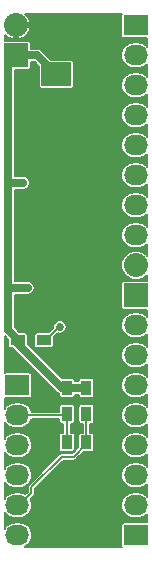
<source format=gbl>
G04 #@! TF.FileFunction,Copper,L2,Bot,Signal*
%FSLAX46Y46*%
G04 Gerber Fmt 4.6, Leading zero omitted, Abs format (unit mm)*
G04 Created by KiCad (PCBNEW 4.0.1-stable) date Thursday, March 10, 2016 'AMt' 12:00:46 AM*
%MOMM*%
G01*
G04 APERTURE LIST*
%ADD10C,0.100000*%
%ADD11R,2.500000X2.000000*%
%ADD12R,2.032000X2.032000*%
%ADD13O,2.032000X2.032000*%
%ADD14R,2.032000X1.727200*%
%ADD15O,2.032000X1.727200*%
%ADD16R,1.200000X0.900000*%
%ADD17R,0.900000X1.200000*%
%ADD18C,0.685800*%
%ADD19C,0.685800*%
%ADD20C,0.152400*%
G04 APERTURE END LIST*
D10*
D11*
X150749000Y-108299000D03*
X150749000Y-104299000D03*
D12*
X147320000Y-106680000D03*
D13*
X147320000Y-104140000D03*
D14*
X147447000Y-134620000D03*
D15*
X147447000Y-137160000D03*
X147447000Y-139700000D03*
X147447000Y-142240000D03*
X147447000Y-144780000D03*
X147447000Y-147320000D03*
D12*
X157480000Y-127000000D03*
D13*
X157480000Y-124460000D03*
D16*
X147490000Y-130810000D03*
X149690000Y-130810000D03*
D17*
X151638000Y-134833000D03*
X151638000Y-137033000D03*
X153289000Y-134833000D03*
X153289000Y-137033000D03*
X151638000Y-139446000D03*
X151638000Y-141646000D03*
X153289000Y-139446000D03*
X153289000Y-141646000D03*
D14*
X157480000Y-147320000D03*
D15*
X157480000Y-144780000D03*
X157480000Y-142240000D03*
X157480000Y-139700000D03*
X157480000Y-137160000D03*
X157480000Y-134620000D03*
X157480000Y-132080000D03*
X157480000Y-129540000D03*
D14*
X157480000Y-104140000D03*
D15*
X157480000Y-106680000D03*
X157480000Y-109220000D03*
X157480000Y-111760000D03*
X157480000Y-114300000D03*
X157480000Y-116840000D03*
X157480000Y-119380000D03*
X157480000Y-121920000D03*
D18*
X147955000Y-117475000D03*
X148338470Y-126365000D03*
X150593076Y-140408168D03*
X151257000Y-130556000D03*
X151638000Y-143002000D03*
X150198736Y-129540000D03*
X148338480Y-125476018D03*
X155321000Y-128651000D03*
X155321000Y-122809000D03*
X155321000Y-125558490D03*
X151032345Y-129678400D03*
D19*
X147320000Y-106680000D02*
X149130000Y-106680000D01*
X149130000Y-106680000D02*
X150749000Y-108299000D01*
X147490000Y-130810000D02*
X147490000Y-131111040D01*
X147490000Y-131111040D02*
X151211960Y-134833000D01*
X151211960Y-134833000D02*
X151638000Y-134833000D01*
X151638000Y-134833000D02*
X153289000Y-134833000D01*
X146630979Y-126365000D02*
X146630979Y-117475000D01*
X146630979Y-117475000D02*
X146630979Y-107369021D01*
X147955000Y-117475000D02*
X146630979Y-117475000D01*
X146630979Y-129950979D02*
X146630979Y-126365000D01*
X148338470Y-126365000D02*
X146630979Y-126365000D01*
X147490000Y-130810000D02*
X146630979Y-129950979D01*
X146630979Y-107369021D02*
X147320000Y-106680000D01*
D20*
X146545754Y-107454246D02*
X147320000Y-106680000D01*
X150221803Y-129032000D02*
X151231767Y-129032000D01*
X151231767Y-129032000D02*
X151603846Y-129404079D01*
X151603846Y-129404079D02*
X151603846Y-130209154D01*
X151603846Y-130209154D02*
X151257000Y-130556000D01*
X150198736Y-129540000D02*
X150198736Y-129055067D01*
X150198736Y-129055067D02*
X150221803Y-129032000D01*
X151638000Y-141646000D02*
X151638000Y-143002000D01*
X151638000Y-141646000D02*
X152240400Y-141646000D01*
X152240400Y-141646000D02*
X153289000Y-141646000D01*
X155321000Y-125558490D02*
X155321000Y-128651000D01*
X155321000Y-125558490D02*
X155321000Y-122809000D01*
X149690000Y-130810000D02*
X149840000Y-130810000D01*
X149840000Y-130810000D02*
X150971600Y-129678400D01*
X150971600Y-129678400D02*
X151032345Y-129678400D01*
X147447000Y-137160000D02*
X151511000Y-137160000D01*
X151511000Y-137160000D02*
X151638000Y-137033000D01*
X151638000Y-139446000D02*
X151638000Y-137033000D01*
X153289000Y-139596000D02*
X152202513Y-140682487D01*
X153289000Y-139446000D02*
X153289000Y-139596000D01*
X152202513Y-140682487D02*
X151183728Y-140682487D01*
X151183728Y-140682487D02*
X148615400Y-143250815D01*
X148615400Y-143250815D02*
X148615400Y-143764000D01*
X148615400Y-143764000D02*
X147599400Y-144780000D01*
X147599400Y-144780000D02*
X147447000Y-144780000D01*
X153289000Y-139581648D02*
X153289000Y-139446000D01*
X153289000Y-137033000D02*
X153289000Y-139446000D01*
G36*
X156243388Y-103212405D02*
X156234294Y-103276400D01*
X156234294Y-105003600D01*
X156237197Y-105040004D01*
X156256318Y-105101748D01*
X156291884Y-105155721D01*
X156341078Y-105197649D01*
X156400005Y-105224212D01*
X156464000Y-105233306D01*
X158446400Y-105233306D01*
X158446400Y-105950194D01*
X158418769Y-105915828D01*
X158255479Y-105778811D01*
X158068685Y-105676120D01*
X157865503Y-105611667D01*
X157653671Y-105587906D01*
X157638422Y-105587800D01*
X157321578Y-105587800D01*
X157109435Y-105608601D01*
X156905373Y-105670211D01*
X156717164Y-105770283D01*
X156551977Y-105905007D01*
X156416103Y-106069250D01*
X156314719Y-106256755D01*
X156251686Y-106460383D01*
X156229405Y-106672375D01*
X156248724Y-106884658D01*
X156308908Y-107089145D01*
X156407664Y-107278049D01*
X156541231Y-107444172D01*
X156704521Y-107581189D01*
X156891315Y-107683880D01*
X157094497Y-107748333D01*
X157306329Y-107772094D01*
X157321578Y-107772200D01*
X157638422Y-107772200D01*
X157850565Y-107751399D01*
X158054627Y-107689789D01*
X158242836Y-107589717D01*
X158408023Y-107454993D01*
X158446400Y-107408603D01*
X158446400Y-108490194D01*
X158418769Y-108455828D01*
X158255479Y-108318811D01*
X158068685Y-108216120D01*
X157865503Y-108151667D01*
X157653671Y-108127906D01*
X157638422Y-108127800D01*
X157321578Y-108127800D01*
X157109435Y-108148601D01*
X156905373Y-108210211D01*
X156717164Y-108310283D01*
X156551977Y-108445007D01*
X156416103Y-108609250D01*
X156314719Y-108796755D01*
X156251686Y-109000383D01*
X156229405Y-109212375D01*
X156248724Y-109424658D01*
X156308908Y-109629145D01*
X156407664Y-109818049D01*
X156541231Y-109984172D01*
X156704521Y-110121189D01*
X156891315Y-110223880D01*
X157094497Y-110288333D01*
X157306329Y-110312094D01*
X157321578Y-110312200D01*
X157638422Y-110312200D01*
X157850565Y-110291399D01*
X158054627Y-110229789D01*
X158242836Y-110129717D01*
X158408023Y-109994993D01*
X158446400Y-109948603D01*
X158446400Y-111030194D01*
X158418769Y-110995828D01*
X158255479Y-110858811D01*
X158068685Y-110756120D01*
X157865503Y-110691667D01*
X157653671Y-110667906D01*
X157638422Y-110667800D01*
X157321578Y-110667800D01*
X157109435Y-110688601D01*
X156905373Y-110750211D01*
X156717164Y-110850283D01*
X156551977Y-110985007D01*
X156416103Y-111149250D01*
X156314719Y-111336755D01*
X156251686Y-111540383D01*
X156229405Y-111752375D01*
X156248724Y-111964658D01*
X156308908Y-112169145D01*
X156407664Y-112358049D01*
X156541231Y-112524172D01*
X156704521Y-112661189D01*
X156891315Y-112763880D01*
X157094497Y-112828333D01*
X157306329Y-112852094D01*
X157321578Y-112852200D01*
X157638422Y-112852200D01*
X157850565Y-112831399D01*
X158054627Y-112769789D01*
X158242836Y-112669717D01*
X158408023Y-112534993D01*
X158446400Y-112488603D01*
X158446400Y-113570194D01*
X158418769Y-113535828D01*
X158255479Y-113398811D01*
X158068685Y-113296120D01*
X157865503Y-113231667D01*
X157653671Y-113207906D01*
X157638422Y-113207800D01*
X157321578Y-113207800D01*
X157109435Y-113228601D01*
X156905373Y-113290211D01*
X156717164Y-113390283D01*
X156551977Y-113525007D01*
X156416103Y-113689250D01*
X156314719Y-113876755D01*
X156251686Y-114080383D01*
X156229405Y-114292375D01*
X156248724Y-114504658D01*
X156308908Y-114709145D01*
X156407664Y-114898049D01*
X156541231Y-115064172D01*
X156704521Y-115201189D01*
X156891315Y-115303880D01*
X157094497Y-115368333D01*
X157306329Y-115392094D01*
X157321578Y-115392200D01*
X157638422Y-115392200D01*
X157850565Y-115371399D01*
X158054627Y-115309789D01*
X158242836Y-115209717D01*
X158408023Y-115074993D01*
X158446400Y-115028603D01*
X158446400Y-116110194D01*
X158418769Y-116075828D01*
X158255479Y-115938811D01*
X158068685Y-115836120D01*
X157865503Y-115771667D01*
X157653671Y-115747906D01*
X157638422Y-115747800D01*
X157321578Y-115747800D01*
X157109435Y-115768601D01*
X156905373Y-115830211D01*
X156717164Y-115930283D01*
X156551977Y-116065007D01*
X156416103Y-116229250D01*
X156314719Y-116416755D01*
X156251686Y-116620383D01*
X156229405Y-116832375D01*
X156248724Y-117044658D01*
X156308908Y-117249145D01*
X156407664Y-117438049D01*
X156541231Y-117604172D01*
X156704521Y-117741189D01*
X156891315Y-117843880D01*
X157094497Y-117908333D01*
X157306329Y-117932094D01*
X157321578Y-117932200D01*
X157638422Y-117932200D01*
X157850565Y-117911399D01*
X158054627Y-117849789D01*
X158242836Y-117749717D01*
X158408023Y-117614993D01*
X158446400Y-117568603D01*
X158446400Y-118650194D01*
X158418769Y-118615828D01*
X158255479Y-118478811D01*
X158068685Y-118376120D01*
X157865503Y-118311667D01*
X157653671Y-118287906D01*
X157638422Y-118287800D01*
X157321578Y-118287800D01*
X157109435Y-118308601D01*
X156905373Y-118370211D01*
X156717164Y-118470283D01*
X156551977Y-118605007D01*
X156416103Y-118769250D01*
X156314719Y-118956755D01*
X156251686Y-119160383D01*
X156229405Y-119372375D01*
X156248724Y-119584658D01*
X156308908Y-119789145D01*
X156407664Y-119978049D01*
X156541231Y-120144172D01*
X156704521Y-120281189D01*
X156891315Y-120383880D01*
X157094497Y-120448333D01*
X157306329Y-120472094D01*
X157321578Y-120472200D01*
X157638422Y-120472200D01*
X157850565Y-120451399D01*
X158054627Y-120389789D01*
X158242836Y-120289717D01*
X158408023Y-120154993D01*
X158446400Y-120108603D01*
X158446400Y-121190194D01*
X158418769Y-121155828D01*
X158255479Y-121018811D01*
X158068685Y-120916120D01*
X157865503Y-120851667D01*
X157653671Y-120827906D01*
X157638422Y-120827800D01*
X157321578Y-120827800D01*
X157109435Y-120848601D01*
X156905373Y-120910211D01*
X156717164Y-121010283D01*
X156551977Y-121145007D01*
X156416103Y-121309250D01*
X156314719Y-121496755D01*
X156251686Y-121700383D01*
X156229405Y-121912375D01*
X156248724Y-122124658D01*
X156308908Y-122329145D01*
X156407664Y-122518049D01*
X156541231Y-122684172D01*
X156704521Y-122821189D01*
X156891315Y-122923880D01*
X157094497Y-122988333D01*
X157306329Y-123012094D01*
X157321578Y-123012200D01*
X157638422Y-123012200D01*
X157850565Y-122991399D01*
X158054627Y-122929789D01*
X158242836Y-122829717D01*
X158408023Y-122694993D01*
X158446400Y-122648603D01*
X158446400Y-123677686D01*
X158375255Y-123589199D01*
X158189180Y-123433064D01*
X157976322Y-123316044D01*
X157744789Y-123242597D01*
X157503399Y-123215521D01*
X157486022Y-123215400D01*
X157473978Y-123215400D01*
X157232234Y-123239103D01*
X156999698Y-123309310D01*
X156785227Y-123423346D01*
X156596990Y-123576868D01*
X156442158Y-123764029D01*
X156326627Y-123977698D01*
X156254799Y-124209738D01*
X156229408Y-124451311D01*
X156251423Y-124693215D01*
X156320005Y-124926235D01*
X156432541Y-125141497D01*
X156584745Y-125330801D01*
X156770820Y-125486936D01*
X156983678Y-125603956D01*
X157215211Y-125677403D01*
X157456601Y-125704479D01*
X157473978Y-125704600D01*
X157486022Y-125704600D01*
X157727766Y-125680897D01*
X157960302Y-125610690D01*
X158174773Y-125496654D01*
X158363010Y-125343132D01*
X158446400Y-125242330D01*
X158446400Y-125754294D01*
X156464000Y-125754294D01*
X156427596Y-125757197D01*
X156365852Y-125776318D01*
X156311879Y-125811884D01*
X156269951Y-125861078D01*
X156243388Y-125920005D01*
X156234294Y-125984000D01*
X156234294Y-128016000D01*
X156237197Y-128052404D01*
X156256318Y-128114148D01*
X156291884Y-128168121D01*
X156341078Y-128210049D01*
X156400005Y-128236612D01*
X156464000Y-128245706D01*
X158446400Y-128245706D01*
X158446400Y-128810194D01*
X158418769Y-128775828D01*
X158255479Y-128638811D01*
X158068685Y-128536120D01*
X157865503Y-128471667D01*
X157653671Y-128447906D01*
X157638422Y-128447800D01*
X157321578Y-128447800D01*
X157109435Y-128468601D01*
X156905373Y-128530211D01*
X156717164Y-128630283D01*
X156551977Y-128765007D01*
X156416103Y-128929250D01*
X156314719Y-129116755D01*
X156251686Y-129320383D01*
X156229405Y-129532375D01*
X156248724Y-129744658D01*
X156308908Y-129949145D01*
X156407664Y-130138049D01*
X156541231Y-130304172D01*
X156704521Y-130441189D01*
X156891315Y-130543880D01*
X157094497Y-130608333D01*
X157306329Y-130632094D01*
X157321578Y-130632200D01*
X157638422Y-130632200D01*
X157850565Y-130611399D01*
X158054627Y-130549789D01*
X158242836Y-130449717D01*
X158408023Y-130314993D01*
X158446400Y-130268603D01*
X158446400Y-131350194D01*
X158418769Y-131315828D01*
X158255479Y-131178811D01*
X158068685Y-131076120D01*
X157865503Y-131011667D01*
X157653671Y-130987906D01*
X157638422Y-130987800D01*
X157321578Y-130987800D01*
X157109435Y-131008601D01*
X156905373Y-131070211D01*
X156717164Y-131170283D01*
X156551977Y-131305007D01*
X156416103Y-131469250D01*
X156314719Y-131656755D01*
X156251686Y-131860383D01*
X156229405Y-132072375D01*
X156248724Y-132284658D01*
X156308908Y-132489145D01*
X156407664Y-132678049D01*
X156541231Y-132844172D01*
X156704521Y-132981189D01*
X156891315Y-133083880D01*
X157094497Y-133148333D01*
X157306329Y-133172094D01*
X157321578Y-133172200D01*
X157638422Y-133172200D01*
X157850565Y-133151399D01*
X158054627Y-133089789D01*
X158242836Y-132989717D01*
X158408023Y-132854993D01*
X158446400Y-132808603D01*
X158446400Y-133890194D01*
X158418769Y-133855828D01*
X158255479Y-133718811D01*
X158068685Y-133616120D01*
X157865503Y-133551667D01*
X157653671Y-133527906D01*
X157638422Y-133527800D01*
X157321578Y-133527800D01*
X157109435Y-133548601D01*
X156905373Y-133610211D01*
X156717164Y-133710283D01*
X156551977Y-133845007D01*
X156416103Y-134009250D01*
X156314719Y-134196755D01*
X156251686Y-134400383D01*
X156229405Y-134612375D01*
X156248724Y-134824658D01*
X156308908Y-135029145D01*
X156407664Y-135218049D01*
X156541231Y-135384172D01*
X156704521Y-135521189D01*
X156891315Y-135623880D01*
X157094497Y-135688333D01*
X157306329Y-135712094D01*
X157321578Y-135712200D01*
X157638422Y-135712200D01*
X157850565Y-135691399D01*
X158054627Y-135629789D01*
X158242836Y-135529717D01*
X158408023Y-135394993D01*
X158446400Y-135348603D01*
X158446400Y-136430194D01*
X158418769Y-136395828D01*
X158255479Y-136258811D01*
X158068685Y-136156120D01*
X157865503Y-136091667D01*
X157653671Y-136067906D01*
X157638422Y-136067800D01*
X157321578Y-136067800D01*
X157109435Y-136088601D01*
X156905373Y-136150211D01*
X156717164Y-136250283D01*
X156551977Y-136385007D01*
X156416103Y-136549250D01*
X156314719Y-136736755D01*
X156251686Y-136940383D01*
X156229405Y-137152375D01*
X156248724Y-137364658D01*
X156308908Y-137569145D01*
X156407664Y-137758049D01*
X156541231Y-137924172D01*
X156704521Y-138061189D01*
X156891315Y-138163880D01*
X157094497Y-138228333D01*
X157306329Y-138252094D01*
X157321578Y-138252200D01*
X157638422Y-138252200D01*
X157850565Y-138231399D01*
X158054627Y-138169789D01*
X158242836Y-138069717D01*
X158408023Y-137934993D01*
X158446400Y-137888603D01*
X158446400Y-138970194D01*
X158418769Y-138935828D01*
X158255479Y-138798811D01*
X158068685Y-138696120D01*
X157865503Y-138631667D01*
X157653671Y-138607906D01*
X157638422Y-138607800D01*
X157321578Y-138607800D01*
X157109435Y-138628601D01*
X156905373Y-138690211D01*
X156717164Y-138790283D01*
X156551977Y-138925007D01*
X156416103Y-139089250D01*
X156314719Y-139276755D01*
X156251686Y-139480383D01*
X156229405Y-139692375D01*
X156248724Y-139904658D01*
X156308908Y-140109145D01*
X156407664Y-140298049D01*
X156541231Y-140464172D01*
X156704521Y-140601189D01*
X156891315Y-140703880D01*
X157094497Y-140768333D01*
X157306329Y-140792094D01*
X157321578Y-140792200D01*
X157638422Y-140792200D01*
X157850565Y-140771399D01*
X158054627Y-140709789D01*
X158242836Y-140609717D01*
X158408023Y-140474993D01*
X158446400Y-140428603D01*
X158446400Y-141510194D01*
X158418769Y-141475828D01*
X158255479Y-141338811D01*
X158068685Y-141236120D01*
X157865503Y-141171667D01*
X157653671Y-141147906D01*
X157638422Y-141147800D01*
X157321578Y-141147800D01*
X157109435Y-141168601D01*
X156905373Y-141230211D01*
X156717164Y-141330283D01*
X156551977Y-141465007D01*
X156416103Y-141629250D01*
X156314719Y-141816755D01*
X156251686Y-142020383D01*
X156229405Y-142232375D01*
X156248724Y-142444658D01*
X156308908Y-142649145D01*
X156407664Y-142838049D01*
X156541231Y-143004172D01*
X156704521Y-143141189D01*
X156891315Y-143243880D01*
X157094497Y-143308333D01*
X157306329Y-143332094D01*
X157321578Y-143332200D01*
X157638422Y-143332200D01*
X157850565Y-143311399D01*
X158054627Y-143249789D01*
X158242836Y-143149717D01*
X158408023Y-143014993D01*
X158446400Y-142968603D01*
X158446400Y-144050194D01*
X158418769Y-144015828D01*
X158255479Y-143878811D01*
X158068685Y-143776120D01*
X157865503Y-143711667D01*
X157653671Y-143687906D01*
X157638422Y-143687800D01*
X157321578Y-143687800D01*
X157109435Y-143708601D01*
X156905373Y-143770211D01*
X156717164Y-143870283D01*
X156551977Y-144005007D01*
X156416103Y-144169250D01*
X156314719Y-144356755D01*
X156251686Y-144560383D01*
X156229405Y-144772375D01*
X156248724Y-144984658D01*
X156308908Y-145189145D01*
X156407664Y-145378049D01*
X156541231Y-145544172D01*
X156704521Y-145681189D01*
X156891315Y-145783880D01*
X157094497Y-145848333D01*
X157306329Y-145872094D01*
X157321578Y-145872200D01*
X157638422Y-145872200D01*
X157850565Y-145851399D01*
X158054627Y-145789789D01*
X158242836Y-145689717D01*
X158408023Y-145554993D01*
X158446400Y-145508603D01*
X158446400Y-146226694D01*
X156464000Y-146226694D01*
X156427596Y-146229597D01*
X156365852Y-146248718D01*
X156311879Y-146284284D01*
X156269951Y-146333478D01*
X156243388Y-146392405D01*
X156234294Y-146456400D01*
X156234294Y-148183600D01*
X156237197Y-148220004D01*
X156256318Y-148281748D01*
X156259383Y-148286400D01*
X148103230Y-148286400D01*
X148209836Y-148229717D01*
X148375023Y-148094993D01*
X148510897Y-147930750D01*
X148612281Y-147743245D01*
X148675314Y-147539617D01*
X148697595Y-147327625D01*
X148678276Y-147115342D01*
X148618092Y-146910855D01*
X148519336Y-146721951D01*
X148385769Y-146555828D01*
X148222479Y-146418811D01*
X148035685Y-146316120D01*
X147832503Y-146251667D01*
X147620671Y-146227906D01*
X147605422Y-146227800D01*
X147288578Y-146227800D01*
X147076435Y-146248601D01*
X146872373Y-146310211D01*
X146684164Y-146410283D01*
X146518977Y-146545007D01*
X146383103Y-146709250D01*
X146353600Y-146763814D01*
X146353600Y-145337757D01*
X146374664Y-145378049D01*
X146508231Y-145544172D01*
X146671521Y-145681189D01*
X146858315Y-145783880D01*
X147061497Y-145848333D01*
X147273329Y-145872094D01*
X147288578Y-145872200D01*
X147605422Y-145872200D01*
X147817565Y-145851399D01*
X148021627Y-145789789D01*
X148209836Y-145689717D01*
X148375023Y-145554993D01*
X148510897Y-145390750D01*
X148612281Y-145203245D01*
X148675314Y-144999617D01*
X148697595Y-144787625D01*
X148678276Y-144575342D01*
X148618092Y-144370855D01*
X148556813Y-144253639D01*
X148830926Y-143979526D01*
X148848793Y-143957775D01*
X148866895Y-143936202D01*
X148867668Y-143934796D01*
X148868684Y-143933559D01*
X148882014Y-143908700D01*
X148895552Y-143884073D01*
X148896034Y-143882553D01*
X148896795Y-143881134D01*
X148905053Y-143854121D01*
X148913539Y-143827371D01*
X148913717Y-143825781D01*
X148914187Y-143824245D01*
X148917035Y-143796201D01*
X148920170Y-143768256D01*
X148920192Y-143765121D01*
X148920198Y-143765063D01*
X148920193Y-143765009D01*
X148920200Y-143764000D01*
X148920200Y-143377067D01*
X151309980Y-140987287D01*
X152202513Y-140987287D01*
X152230525Y-140984540D01*
X152258582Y-140982086D01*
X152260123Y-140981638D01*
X152261716Y-140981482D01*
X152288681Y-140973341D01*
X152315706Y-140965489D01*
X152317126Y-140964753D01*
X152318663Y-140964289D01*
X152343569Y-140951046D01*
X152368519Y-140938113D01*
X152369770Y-140937115D01*
X152371187Y-140936361D01*
X152393061Y-140918522D01*
X152415008Y-140901001D01*
X152417235Y-140898806D01*
X152417286Y-140898764D01*
X152417325Y-140898717D01*
X152418039Y-140898013D01*
X153040346Y-140275706D01*
X153739000Y-140275706D01*
X153775404Y-140272803D01*
X153837148Y-140253682D01*
X153891121Y-140218116D01*
X153933049Y-140168922D01*
X153959612Y-140109995D01*
X153968706Y-140046000D01*
X153968706Y-138846000D01*
X153965803Y-138809596D01*
X153946682Y-138747852D01*
X153911116Y-138693879D01*
X153861922Y-138651951D01*
X153802995Y-138625388D01*
X153739000Y-138616294D01*
X153593800Y-138616294D01*
X153593800Y-137862706D01*
X153739000Y-137862706D01*
X153775404Y-137859803D01*
X153837148Y-137840682D01*
X153891121Y-137805116D01*
X153933049Y-137755922D01*
X153959612Y-137696995D01*
X153968706Y-137633000D01*
X153968706Y-136433000D01*
X153965803Y-136396596D01*
X153946682Y-136334852D01*
X153911116Y-136280879D01*
X153861922Y-136238951D01*
X153802995Y-136212388D01*
X153739000Y-136203294D01*
X152839000Y-136203294D01*
X152802596Y-136206197D01*
X152740852Y-136225318D01*
X152686879Y-136260884D01*
X152644951Y-136310078D01*
X152618388Y-136369005D01*
X152609294Y-136433000D01*
X152609294Y-137633000D01*
X152612197Y-137669404D01*
X152631318Y-137731148D01*
X152666884Y-137785121D01*
X152716078Y-137827049D01*
X152775005Y-137853612D01*
X152839000Y-137862706D01*
X152984200Y-137862706D01*
X152984200Y-138616294D01*
X152839000Y-138616294D01*
X152802596Y-138619197D01*
X152740852Y-138638318D01*
X152686879Y-138673884D01*
X152644951Y-138723078D01*
X152618388Y-138782005D01*
X152609294Y-138846000D01*
X152609294Y-139844654D01*
X152264870Y-140189078D01*
X152282049Y-140168922D01*
X152308612Y-140109995D01*
X152317706Y-140046000D01*
X152317706Y-138846000D01*
X152314803Y-138809596D01*
X152295682Y-138747852D01*
X152260116Y-138693879D01*
X152210922Y-138651951D01*
X152151995Y-138625388D01*
X152088000Y-138616294D01*
X151942800Y-138616294D01*
X151942800Y-137862706D01*
X152088000Y-137862706D01*
X152124404Y-137859803D01*
X152186148Y-137840682D01*
X152240121Y-137805116D01*
X152282049Y-137755922D01*
X152308612Y-137696995D01*
X152317706Y-137633000D01*
X152317706Y-136433000D01*
X152314803Y-136396596D01*
X152295682Y-136334852D01*
X152260116Y-136280879D01*
X152210922Y-136238951D01*
X152151995Y-136212388D01*
X152088000Y-136203294D01*
X151188000Y-136203294D01*
X151151596Y-136206197D01*
X151089852Y-136225318D01*
X151035879Y-136260884D01*
X150993951Y-136310078D01*
X150967388Y-136369005D01*
X150958294Y-136433000D01*
X150958294Y-136855200D01*
X148648803Y-136855200D01*
X148618092Y-136750855D01*
X148519336Y-136561951D01*
X148385769Y-136395828D01*
X148222479Y-136258811D01*
X148035685Y-136156120D01*
X147832503Y-136091667D01*
X147620671Y-136067906D01*
X147605422Y-136067800D01*
X147288578Y-136067800D01*
X147076435Y-136088601D01*
X146872373Y-136150211D01*
X146684164Y-136250283D01*
X146518977Y-136385007D01*
X146383103Y-136549250D01*
X146353600Y-136603814D01*
X146353600Y-135698169D01*
X146367005Y-135704212D01*
X146431000Y-135713306D01*
X148463000Y-135713306D01*
X148499404Y-135710403D01*
X148561148Y-135691282D01*
X148615121Y-135655716D01*
X148657049Y-135606522D01*
X148683612Y-135547595D01*
X148692706Y-135483600D01*
X148692706Y-133756400D01*
X148689803Y-133719996D01*
X148670682Y-133658252D01*
X148635116Y-133604279D01*
X148585922Y-133562351D01*
X148526995Y-133535788D01*
X148463000Y-133526694D01*
X146431000Y-133526694D01*
X146394596Y-133529597D01*
X146353600Y-133542293D01*
X146353600Y-130481824D01*
X146660294Y-130788517D01*
X146660294Y-131260000D01*
X146663197Y-131296404D01*
X146682318Y-131358148D01*
X146717884Y-131412121D01*
X146767078Y-131454049D01*
X146826005Y-131480612D01*
X146890000Y-131489706D01*
X147064509Y-131489706D01*
X147080286Y-131509470D01*
X147084413Y-131513656D01*
X147084480Y-131513738D01*
X147084555Y-131513800D01*
X147085888Y-131515152D01*
X150807848Y-135237111D01*
X150848643Y-135270621D01*
X150889081Y-135304552D01*
X150891713Y-135305999D01*
X150894037Y-135307908D01*
X150940590Y-135332869D01*
X150958294Y-135342602D01*
X150958294Y-135433000D01*
X150961197Y-135469404D01*
X150980318Y-135531148D01*
X151015884Y-135585121D01*
X151065078Y-135627049D01*
X151124005Y-135653612D01*
X151188000Y-135662706D01*
X152088000Y-135662706D01*
X152124404Y-135659803D01*
X152186148Y-135640682D01*
X152240121Y-135605116D01*
X152282049Y-135555922D01*
X152308612Y-135496995D01*
X152317706Y-135433000D01*
X152317706Y-135404500D01*
X152609294Y-135404500D01*
X152609294Y-135433000D01*
X152612197Y-135469404D01*
X152631318Y-135531148D01*
X152666884Y-135585121D01*
X152716078Y-135627049D01*
X152775005Y-135653612D01*
X152839000Y-135662706D01*
X153739000Y-135662706D01*
X153775404Y-135659803D01*
X153837148Y-135640682D01*
X153891121Y-135605116D01*
X153933049Y-135555922D01*
X153959612Y-135496995D01*
X153968706Y-135433000D01*
X153968706Y-134233000D01*
X153965803Y-134196596D01*
X153946682Y-134134852D01*
X153911116Y-134080879D01*
X153861922Y-134038951D01*
X153802995Y-134012388D01*
X153739000Y-134003294D01*
X152839000Y-134003294D01*
X152802596Y-134006197D01*
X152740852Y-134025318D01*
X152686879Y-134060884D01*
X152644951Y-134110078D01*
X152618388Y-134169005D01*
X152609294Y-134233000D01*
X152609294Y-134261500D01*
X152317706Y-134261500D01*
X152317706Y-134233000D01*
X152314803Y-134196596D01*
X152295682Y-134134852D01*
X152260116Y-134080879D01*
X152210922Y-134038951D01*
X152151995Y-134012388D01*
X152088000Y-134003294D01*
X151190477Y-134003294D01*
X148319706Y-131132522D01*
X148319706Y-130360000D01*
X148860294Y-130360000D01*
X148860294Y-131260000D01*
X148863197Y-131296404D01*
X148882318Y-131358148D01*
X148917884Y-131412121D01*
X148967078Y-131454049D01*
X149026005Y-131480612D01*
X149090000Y-131489706D01*
X150290000Y-131489706D01*
X150326404Y-131486803D01*
X150388148Y-131467682D01*
X150442121Y-131432116D01*
X150484049Y-131382922D01*
X150510612Y-131323995D01*
X150519706Y-131260000D01*
X150519706Y-130561346D01*
X150856204Y-130224848D01*
X150964350Y-130248625D01*
X151076402Y-130250972D01*
X151186776Y-130231511D01*
X151291268Y-130190981D01*
X151385898Y-130130927D01*
X151467061Y-130053637D01*
X151531666Y-129962054D01*
X151577251Y-129859666D01*
X151602082Y-129750374D01*
X151603869Y-129622362D01*
X151582100Y-129512419D01*
X151539391Y-129408799D01*
X151477368Y-129315448D01*
X151398395Y-129235921D01*
X151305479Y-129173249D01*
X151202160Y-129129817D01*
X151092372Y-129107281D01*
X150980298Y-129106498D01*
X150870206Y-129127500D01*
X150766290Y-129169484D01*
X150672508Y-129230853D01*
X150592432Y-129309270D01*
X150529113Y-129401746D01*
X150484961Y-129504760D01*
X150461659Y-129614387D01*
X150460094Y-129726453D01*
X150465119Y-129753829D01*
X150088654Y-130130294D01*
X149090000Y-130130294D01*
X149053596Y-130133197D01*
X148991852Y-130152318D01*
X148937879Y-130187884D01*
X148895951Y-130237078D01*
X148869388Y-130296005D01*
X148860294Y-130360000D01*
X148319706Y-130360000D01*
X148316803Y-130323596D01*
X148297682Y-130261852D01*
X148262116Y-130207879D01*
X148212922Y-130165951D01*
X148153995Y-130139388D01*
X148090000Y-130130294D01*
X147618517Y-130130294D01*
X147202479Y-129714255D01*
X147202479Y-126936500D01*
X148331347Y-126936500D01*
X148382527Y-126937572D01*
X148492901Y-126918111D01*
X148597393Y-126877581D01*
X148692023Y-126817527D01*
X148773186Y-126740237D01*
X148837791Y-126648654D01*
X148883376Y-126546266D01*
X148908207Y-126436974D01*
X148909034Y-126377767D01*
X148909956Y-126368990D01*
X148909262Y-126361369D01*
X148909994Y-126308962D01*
X148888225Y-126199019D01*
X148845516Y-126095399D01*
X148783493Y-126002048D01*
X148704520Y-125922521D01*
X148611604Y-125859849D01*
X148508285Y-125816417D01*
X148398497Y-125793881D01*
X148286423Y-125793098D01*
X148284316Y-125793500D01*
X147202479Y-125793500D01*
X147202479Y-118046500D01*
X147947877Y-118046500D01*
X147999057Y-118047572D01*
X148109431Y-118028111D01*
X148213923Y-117987581D01*
X148308553Y-117927527D01*
X148389716Y-117850237D01*
X148454321Y-117758654D01*
X148499906Y-117656266D01*
X148524737Y-117546974D01*
X148525564Y-117487767D01*
X148526486Y-117478990D01*
X148525792Y-117471369D01*
X148526524Y-117418962D01*
X148504755Y-117309019D01*
X148462046Y-117205399D01*
X148400023Y-117112048D01*
X148321050Y-117032521D01*
X148228134Y-116969849D01*
X148124815Y-116926417D01*
X148015027Y-116903881D01*
X147902953Y-116903098D01*
X147900846Y-116903500D01*
X147202479Y-116903500D01*
X147202479Y-107925706D01*
X148336000Y-107925706D01*
X148372404Y-107922803D01*
X148434148Y-107903682D01*
X148488121Y-107868116D01*
X148530049Y-107818922D01*
X148556612Y-107759995D01*
X148565706Y-107696000D01*
X148565706Y-107251500D01*
X148893276Y-107251500D01*
X149269294Y-107627518D01*
X149269294Y-109299000D01*
X149272197Y-109335404D01*
X149291318Y-109397148D01*
X149326884Y-109451121D01*
X149376078Y-109493049D01*
X149435005Y-109519612D01*
X149499000Y-109528706D01*
X151999000Y-109528706D01*
X152035404Y-109525803D01*
X152097148Y-109506682D01*
X152151121Y-109471116D01*
X152193049Y-109421922D01*
X152219612Y-109362995D01*
X152228706Y-109299000D01*
X152228706Y-107299000D01*
X152225803Y-107262596D01*
X152206682Y-107200852D01*
X152171116Y-107146879D01*
X152121922Y-107104951D01*
X152062995Y-107078388D01*
X151999000Y-107069294D01*
X150327518Y-107069294D01*
X149534112Y-106275888D01*
X149493287Y-106242354D01*
X149452879Y-106208448D01*
X149450247Y-106207001D01*
X149447923Y-106205092D01*
X149401370Y-106180131D01*
X149355138Y-106154714D01*
X149352275Y-106153806D01*
X149349625Y-106152385D01*
X149299163Y-106136958D01*
X149248822Y-106120989D01*
X149245832Y-106120654D01*
X149242961Y-106119776D01*
X149190483Y-106114445D01*
X149137979Y-106108556D01*
X149132101Y-106108515D01*
X149131995Y-106108504D01*
X149131897Y-106108513D01*
X149130000Y-106108500D01*
X148565706Y-106108500D01*
X148565706Y-105664000D01*
X148562803Y-105627596D01*
X148543682Y-105565852D01*
X148508116Y-105511879D01*
X148458922Y-105469951D01*
X148399995Y-105443388D01*
X148336000Y-105434294D01*
X146353600Y-105434294D01*
X146353600Y-104924223D01*
X146524764Y-105097419D01*
X146726827Y-105234165D01*
X146951686Y-105328863D01*
X147142200Y-105314693D01*
X147142200Y-104317800D01*
X147497800Y-104317800D01*
X147497800Y-105314693D01*
X147688314Y-105328863D01*
X147913173Y-105234165D01*
X148115236Y-105097419D01*
X148286739Y-104923880D01*
X148421091Y-104720217D01*
X148508855Y-104508312D01*
X148494063Y-104317800D01*
X147497800Y-104317800D01*
X147142200Y-104317800D01*
X147122200Y-104317800D01*
X147122200Y-103962200D01*
X147142200Y-103962200D01*
X147142200Y-103942200D01*
X147497800Y-103942200D01*
X147497800Y-103962200D01*
X148494063Y-103962200D01*
X148508855Y-103771688D01*
X148421091Y-103559783D01*
X148286739Y-103356120D01*
X148115236Y-103182581D01*
X148101965Y-103173600D01*
X156260880Y-103173600D01*
X156243388Y-103212405D01*
X156243388Y-103212405D01*
G37*
X156243388Y-103212405D02*
X156234294Y-103276400D01*
X156234294Y-105003600D01*
X156237197Y-105040004D01*
X156256318Y-105101748D01*
X156291884Y-105155721D01*
X156341078Y-105197649D01*
X156400005Y-105224212D01*
X156464000Y-105233306D01*
X158446400Y-105233306D01*
X158446400Y-105950194D01*
X158418769Y-105915828D01*
X158255479Y-105778811D01*
X158068685Y-105676120D01*
X157865503Y-105611667D01*
X157653671Y-105587906D01*
X157638422Y-105587800D01*
X157321578Y-105587800D01*
X157109435Y-105608601D01*
X156905373Y-105670211D01*
X156717164Y-105770283D01*
X156551977Y-105905007D01*
X156416103Y-106069250D01*
X156314719Y-106256755D01*
X156251686Y-106460383D01*
X156229405Y-106672375D01*
X156248724Y-106884658D01*
X156308908Y-107089145D01*
X156407664Y-107278049D01*
X156541231Y-107444172D01*
X156704521Y-107581189D01*
X156891315Y-107683880D01*
X157094497Y-107748333D01*
X157306329Y-107772094D01*
X157321578Y-107772200D01*
X157638422Y-107772200D01*
X157850565Y-107751399D01*
X158054627Y-107689789D01*
X158242836Y-107589717D01*
X158408023Y-107454993D01*
X158446400Y-107408603D01*
X158446400Y-108490194D01*
X158418769Y-108455828D01*
X158255479Y-108318811D01*
X158068685Y-108216120D01*
X157865503Y-108151667D01*
X157653671Y-108127906D01*
X157638422Y-108127800D01*
X157321578Y-108127800D01*
X157109435Y-108148601D01*
X156905373Y-108210211D01*
X156717164Y-108310283D01*
X156551977Y-108445007D01*
X156416103Y-108609250D01*
X156314719Y-108796755D01*
X156251686Y-109000383D01*
X156229405Y-109212375D01*
X156248724Y-109424658D01*
X156308908Y-109629145D01*
X156407664Y-109818049D01*
X156541231Y-109984172D01*
X156704521Y-110121189D01*
X156891315Y-110223880D01*
X157094497Y-110288333D01*
X157306329Y-110312094D01*
X157321578Y-110312200D01*
X157638422Y-110312200D01*
X157850565Y-110291399D01*
X158054627Y-110229789D01*
X158242836Y-110129717D01*
X158408023Y-109994993D01*
X158446400Y-109948603D01*
X158446400Y-111030194D01*
X158418769Y-110995828D01*
X158255479Y-110858811D01*
X158068685Y-110756120D01*
X157865503Y-110691667D01*
X157653671Y-110667906D01*
X157638422Y-110667800D01*
X157321578Y-110667800D01*
X157109435Y-110688601D01*
X156905373Y-110750211D01*
X156717164Y-110850283D01*
X156551977Y-110985007D01*
X156416103Y-111149250D01*
X156314719Y-111336755D01*
X156251686Y-111540383D01*
X156229405Y-111752375D01*
X156248724Y-111964658D01*
X156308908Y-112169145D01*
X156407664Y-112358049D01*
X156541231Y-112524172D01*
X156704521Y-112661189D01*
X156891315Y-112763880D01*
X157094497Y-112828333D01*
X157306329Y-112852094D01*
X157321578Y-112852200D01*
X157638422Y-112852200D01*
X157850565Y-112831399D01*
X158054627Y-112769789D01*
X158242836Y-112669717D01*
X158408023Y-112534993D01*
X158446400Y-112488603D01*
X158446400Y-113570194D01*
X158418769Y-113535828D01*
X158255479Y-113398811D01*
X158068685Y-113296120D01*
X157865503Y-113231667D01*
X157653671Y-113207906D01*
X157638422Y-113207800D01*
X157321578Y-113207800D01*
X157109435Y-113228601D01*
X156905373Y-113290211D01*
X156717164Y-113390283D01*
X156551977Y-113525007D01*
X156416103Y-113689250D01*
X156314719Y-113876755D01*
X156251686Y-114080383D01*
X156229405Y-114292375D01*
X156248724Y-114504658D01*
X156308908Y-114709145D01*
X156407664Y-114898049D01*
X156541231Y-115064172D01*
X156704521Y-115201189D01*
X156891315Y-115303880D01*
X157094497Y-115368333D01*
X157306329Y-115392094D01*
X157321578Y-115392200D01*
X157638422Y-115392200D01*
X157850565Y-115371399D01*
X158054627Y-115309789D01*
X158242836Y-115209717D01*
X158408023Y-115074993D01*
X158446400Y-115028603D01*
X158446400Y-116110194D01*
X158418769Y-116075828D01*
X158255479Y-115938811D01*
X158068685Y-115836120D01*
X157865503Y-115771667D01*
X157653671Y-115747906D01*
X157638422Y-115747800D01*
X157321578Y-115747800D01*
X157109435Y-115768601D01*
X156905373Y-115830211D01*
X156717164Y-115930283D01*
X156551977Y-116065007D01*
X156416103Y-116229250D01*
X156314719Y-116416755D01*
X156251686Y-116620383D01*
X156229405Y-116832375D01*
X156248724Y-117044658D01*
X156308908Y-117249145D01*
X156407664Y-117438049D01*
X156541231Y-117604172D01*
X156704521Y-117741189D01*
X156891315Y-117843880D01*
X157094497Y-117908333D01*
X157306329Y-117932094D01*
X157321578Y-117932200D01*
X157638422Y-117932200D01*
X157850565Y-117911399D01*
X158054627Y-117849789D01*
X158242836Y-117749717D01*
X158408023Y-117614993D01*
X158446400Y-117568603D01*
X158446400Y-118650194D01*
X158418769Y-118615828D01*
X158255479Y-118478811D01*
X158068685Y-118376120D01*
X157865503Y-118311667D01*
X157653671Y-118287906D01*
X157638422Y-118287800D01*
X157321578Y-118287800D01*
X157109435Y-118308601D01*
X156905373Y-118370211D01*
X156717164Y-118470283D01*
X156551977Y-118605007D01*
X156416103Y-118769250D01*
X156314719Y-118956755D01*
X156251686Y-119160383D01*
X156229405Y-119372375D01*
X156248724Y-119584658D01*
X156308908Y-119789145D01*
X156407664Y-119978049D01*
X156541231Y-120144172D01*
X156704521Y-120281189D01*
X156891315Y-120383880D01*
X157094497Y-120448333D01*
X157306329Y-120472094D01*
X157321578Y-120472200D01*
X157638422Y-120472200D01*
X157850565Y-120451399D01*
X158054627Y-120389789D01*
X158242836Y-120289717D01*
X158408023Y-120154993D01*
X158446400Y-120108603D01*
X158446400Y-121190194D01*
X158418769Y-121155828D01*
X158255479Y-121018811D01*
X158068685Y-120916120D01*
X157865503Y-120851667D01*
X157653671Y-120827906D01*
X157638422Y-120827800D01*
X157321578Y-120827800D01*
X157109435Y-120848601D01*
X156905373Y-120910211D01*
X156717164Y-121010283D01*
X156551977Y-121145007D01*
X156416103Y-121309250D01*
X156314719Y-121496755D01*
X156251686Y-121700383D01*
X156229405Y-121912375D01*
X156248724Y-122124658D01*
X156308908Y-122329145D01*
X156407664Y-122518049D01*
X156541231Y-122684172D01*
X156704521Y-122821189D01*
X156891315Y-122923880D01*
X157094497Y-122988333D01*
X157306329Y-123012094D01*
X157321578Y-123012200D01*
X157638422Y-123012200D01*
X157850565Y-122991399D01*
X158054627Y-122929789D01*
X158242836Y-122829717D01*
X158408023Y-122694993D01*
X158446400Y-122648603D01*
X158446400Y-123677686D01*
X158375255Y-123589199D01*
X158189180Y-123433064D01*
X157976322Y-123316044D01*
X157744789Y-123242597D01*
X157503399Y-123215521D01*
X157486022Y-123215400D01*
X157473978Y-123215400D01*
X157232234Y-123239103D01*
X156999698Y-123309310D01*
X156785227Y-123423346D01*
X156596990Y-123576868D01*
X156442158Y-123764029D01*
X156326627Y-123977698D01*
X156254799Y-124209738D01*
X156229408Y-124451311D01*
X156251423Y-124693215D01*
X156320005Y-124926235D01*
X156432541Y-125141497D01*
X156584745Y-125330801D01*
X156770820Y-125486936D01*
X156983678Y-125603956D01*
X157215211Y-125677403D01*
X157456601Y-125704479D01*
X157473978Y-125704600D01*
X157486022Y-125704600D01*
X157727766Y-125680897D01*
X157960302Y-125610690D01*
X158174773Y-125496654D01*
X158363010Y-125343132D01*
X158446400Y-125242330D01*
X158446400Y-125754294D01*
X156464000Y-125754294D01*
X156427596Y-125757197D01*
X156365852Y-125776318D01*
X156311879Y-125811884D01*
X156269951Y-125861078D01*
X156243388Y-125920005D01*
X156234294Y-125984000D01*
X156234294Y-128016000D01*
X156237197Y-128052404D01*
X156256318Y-128114148D01*
X156291884Y-128168121D01*
X156341078Y-128210049D01*
X156400005Y-128236612D01*
X156464000Y-128245706D01*
X158446400Y-128245706D01*
X158446400Y-128810194D01*
X158418769Y-128775828D01*
X158255479Y-128638811D01*
X158068685Y-128536120D01*
X157865503Y-128471667D01*
X157653671Y-128447906D01*
X157638422Y-128447800D01*
X157321578Y-128447800D01*
X157109435Y-128468601D01*
X156905373Y-128530211D01*
X156717164Y-128630283D01*
X156551977Y-128765007D01*
X156416103Y-128929250D01*
X156314719Y-129116755D01*
X156251686Y-129320383D01*
X156229405Y-129532375D01*
X156248724Y-129744658D01*
X156308908Y-129949145D01*
X156407664Y-130138049D01*
X156541231Y-130304172D01*
X156704521Y-130441189D01*
X156891315Y-130543880D01*
X157094497Y-130608333D01*
X157306329Y-130632094D01*
X157321578Y-130632200D01*
X157638422Y-130632200D01*
X157850565Y-130611399D01*
X158054627Y-130549789D01*
X158242836Y-130449717D01*
X158408023Y-130314993D01*
X158446400Y-130268603D01*
X158446400Y-131350194D01*
X158418769Y-131315828D01*
X158255479Y-131178811D01*
X158068685Y-131076120D01*
X157865503Y-131011667D01*
X157653671Y-130987906D01*
X157638422Y-130987800D01*
X157321578Y-130987800D01*
X157109435Y-131008601D01*
X156905373Y-131070211D01*
X156717164Y-131170283D01*
X156551977Y-131305007D01*
X156416103Y-131469250D01*
X156314719Y-131656755D01*
X156251686Y-131860383D01*
X156229405Y-132072375D01*
X156248724Y-132284658D01*
X156308908Y-132489145D01*
X156407664Y-132678049D01*
X156541231Y-132844172D01*
X156704521Y-132981189D01*
X156891315Y-133083880D01*
X157094497Y-133148333D01*
X157306329Y-133172094D01*
X157321578Y-133172200D01*
X157638422Y-133172200D01*
X157850565Y-133151399D01*
X158054627Y-133089789D01*
X158242836Y-132989717D01*
X158408023Y-132854993D01*
X158446400Y-132808603D01*
X158446400Y-133890194D01*
X158418769Y-133855828D01*
X158255479Y-133718811D01*
X158068685Y-133616120D01*
X157865503Y-133551667D01*
X157653671Y-133527906D01*
X157638422Y-133527800D01*
X157321578Y-133527800D01*
X157109435Y-133548601D01*
X156905373Y-133610211D01*
X156717164Y-133710283D01*
X156551977Y-133845007D01*
X156416103Y-134009250D01*
X156314719Y-134196755D01*
X156251686Y-134400383D01*
X156229405Y-134612375D01*
X156248724Y-134824658D01*
X156308908Y-135029145D01*
X156407664Y-135218049D01*
X156541231Y-135384172D01*
X156704521Y-135521189D01*
X156891315Y-135623880D01*
X157094497Y-135688333D01*
X157306329Y-135712094D01*
X157321578Y-135712200D01*
X157638422Y-135712200D01*
X157850565Y-135691399D01*
X158054627Y-135629789D01*
X158242836Y-135529717D01*
X158408023Y-135394993D01*
X158446400Y-135348603D01*
X158446400Y-136430194D01*
X158418769Y-136395828D01*
X158255479Y-136258811D01*
X158068685Y-136156120D01*
X157865503Y-136091667D01*
X157653671Y-136067906D01*
X157638422Y-136067800D01*
X157321578Y-136067800D01*
X157109435Y-136088601D01*
X156905373Y-136150211D01*
X156717164Y-136250283D01*
X156551977Y-136385007D01*
X156416103Y-136549250D01*
X156314719Y-136736755D01*
X156251686Y-136940383D01*
X156229405Y-137152375D01*
X156248724Y-137364658D01*
X156308908Y-137569145D01*
X156407664Y-137758049D01*
X156541231Y-137924172D01*
X156704521Y-138061189D01*
X156891315Y-138163880D01*
X157094497Y-138228333D01*
X157306329Y-138252094D01*
X157321578Y-138252200D01*
X157638422Y-138252200D01*
X157850565Y-138231399D01*
X158054627Y-138169789D01*
X158242836Y-138069717D01*
X158408023Y-137934993D01*
X158446400Y-137888603D01*
X158446400Y-138970194D01*
X158418769Y-138935828D01*
X158255479Y-138798811D01*
X158068685Y-138696120D01*
X157865503Y-138631667D01*
X157653671Y-138607906D01*
X157638422Y-138607800D01*
X157321578Y-138607800D01*
X157109435Y-138628601D01*
X156905373Y-138690211D01*
X156717164Y-138790283D01*
X156551977Y-138925007D01*
X156416103Y-139089250D01*
X156314719Y-139276755D01*
X156251686Y-139480383D01*
X156229405Y-139692375D01*
X156248724Y-139904658D01*
X156308908Y-140109145D01*
X156407664Y-140298049D01*
X156541231Y-140464172D01*
X156704521Y-140601189D01*
X156891315Y-140703880D01*
X157094497Y-140768333D01*
X157306329Y-140792094D01*
X157321578Y-140792200D01*
X157638422Y-140792200D01*
X157850565Y-140771399D01*
X158054627Y-140709789D01*
X158242836Y-140609717D01*
X158408023Y-140474993D01*
X158446400Y-140428603D01*
X158446400Y-141510194D01*
X158418769Y-141475828D01*
X158255479Y-141338811D01*
X158068685Y-141236120D01*
X157865503Y-141171667D01*
X157653671Y-141147906D01*
X157638422Y-141147800D01*
X157321578Y-141147800D01*
X157109435Y-141168601D01*
X156905373Y-141230211D01*
X156717164Y-141330283D01*
X156551977Y-141465007D01*
X156416103Y-141629250D01*
X156314719Y-141816755D01*
X156251686Y-142020383D01*
X156229405Y-142232375D01*
X156248724Y-142444658D01*
X156308908Y-142649145D01*
X156407664Y-142838049D01*
X156541231Y-143004172D01*
X156704521Y-143141189D01*
X156891315Y-143243880D01*
X157094497Y-143308333D01*
X157306329Y-143332094D01*
X157321578Y-143332200D01*
X157638422Y-143332200D01*
X157850565Y-143311399D01*
X158054627Y-143249789D01*
X158242836Y-143149717D01*
X158408023Y-143014993D01*
X158446400Y-142968603D01*
X158446400Y-144050194D01*
X158418769Y-144015828D01*
X158255479Y-143878811D01*
X158068685Y-143776120D01*
X157865503Y-143711667D01*
X157653671Y-143687906D01*
X157638422Y-143687800D01*
X157321578Y-143687800D01*
X157109435Y-143708601D01*
X156905373Y-143770211D01*
X156717164Y-143870283D01*
X156551977Y-144005007D01*
X156416103Y-144169250D01*
X156314719Y-144356755D01*
X156251686Y-144560383D01*
X156229405Y-144772375D01*
X156248724Y-144984658D01*
X156308908Y-145189145D01*
X156407664Y-145378049D01*
X156541231Y-145544172D01*
X156704521Y-145681189D01*
X156891315Y-145783880D01*
X157094497Y-145848333D01*
X157306329Y-145872094D01*
X157321578Y-145872200D01*
X157638422Y-145872200D01*
X157850565Y-145851399D01*
X158054627Y-145789789D01*
X158242836Y-145689717D01*
X158408023Y-145554993D01*
X158446400Y-145508603D01*
X158446400Y-146226694D01*
X156464000Y-146226694D01*
X156427596Y-146229597D01*
X156365852Y-146248718D01*
X156311879Y-146284284D01*
X156269951Y-146333478D01*
X156243388Y-146392405D01*
X156234294Y-146456400D01*
X156234294Y-148183600D01*
X156237197Y-148220004D01*
X156256318Y-148281748D01*
X156259383Y-148286400D01*
X148103230Y-148286400D01*
X148209836Y-148229717D01*
X148375023Y-148094993D01*
X148510897Y-147930750D01*
X148612281Y-147743245D01*
X148675314Y-147539617D01*
X148697595Y-147327625D01*
X148678276Y-147115342D01*
X148618092Y-146910855D01*
X148519336Y-146721951D01*
X148385769Y-146555828D01*
X148222479Y-146418811D01*
X148035685Y-146316120D01*
X147832503Y-146251667D01*
X147620671Y-146227906D01*
X147605422Y-146227800D01*
X147288578Y-146227800D01*
X147076435Y-146248601D01*
X146872373Y-146310211D01*
X146684164Y-146410283D01*
X146518977Y-146545007D01*
X146383103Y-146709250D01*
X146353600Y-146763814D01*
X146353600Y-145337757D01*
X146374664Y-145378049D01*
X146508231Y-145544172D01*
X146671521Y-145681189D01*
X146858315Y-145783880D01*
X147061497Y-145848333D01*
X147273329Y-145872094D01*
X147288578Y-145872200D01*
X147605422Y-145872200D01*
X147817565Y-145851399D01*
X148021627Y-145789789D01*
X148209836Y-145689717D01*
X148375023Y-145554993D01*
X148510897Y-145390750D01*
X148612281Y-145203245D01*
X148675314Y-144999617D01*
X148697595Y-144787625D01*
X148678276Y-144575342D01*
X148618092Y-144370855D01*
X148556813Y-144253639D01*
X148830926Y-143979526D01*
X148848793Y-143957775D01*
X148866895Y-143936202D01*
X148867668Y-143934796D01*
X148868684Y-143933559D01*
X148882014Y-143908700D01*
X148895552Y-143884073D01*
X148896034Y-143882553D01*
X148896795Y-143881134D01*
X148905053Y-143854121D01*
X148913539Y-143827371D01*
X148913717Y-143825781D01*
X148914187Y-143824245D01*
X148917035Y-143796201D01*
X148920170Y-143768256D01*
X148920192Y-143765121D01*
X148920198Y-143765063D01*
X148920193Y-143765009D01*
X148920200Y-143764000D01*
X148920200Y-143377067D01*
X151309980Y-140987287D01*
X152202513Y-140987287D01*
X152230525Y-140984540D01*
X152258582Y-140982086D01*
X152260123Y-140981638D01*
X152261716Y-140981482D01*
X152288681Y-140973341D01*
X152315706Y-140965489D01*
X152317126Y-140964753D01*
X152318663Y-140964289D01*
X152343569Y-140951046D01*
X152368519Y-140938113D01*
X152369770Y-140937115D01*
X152371187Y-140936361D01*
X152393061Y-140918522D01*
X152415008Y-140901001D01*
X152417235Y-140898806D01*
X152417286Y-140898764D01*
X152417325Y-140898717D01*
X152418039Y-140898013D01*
X153040346Y-140275706D01*
X153739000Y-140275706D01*
X153775404Y-140272803D01*
X153837148Y-140253682D01*
X153891121Y-140218116D01*
X153933049Y-140168922D01*
X153959612Y-140109995D01*
X153968706Y-140046000D01*
X153968706Y-138846000D01*
X153965803Y-138809596D01*
X153946682Y-138747852D01*
X153911116Y-138693879D01*
X153861922Y-138651951D01*
X153802995Y-138625388D01*
X153739000Y-138616294D01*
X153593800Y-138616294D01*
X153593800Y-137862706D01*
X153739000Y-137862706D01*
X153775404Y-137859803D01*
X153837148Y-137840682D01*
X153891121Y-137805116D01*
X153933049Y-137755922D01*
X153959612Y-137696995D01*
X153968706Y-137633000D01*
X153968706Y-136433000D01*
X153965803Y-136396596D01*
X153946682Y-136334852D01*
X153911116Y-136280879D01*
X153861922Y-136238951D01*
X153802995Y-136212388D01*
X153739000Y-136203294D01*
X152839000Y-136203294D01*
X152802596Y-136206197D01*
X152740852Y-136225318D01*
X152686879Y-136260884D01*
X152644951Y-136310078D01*
X152618388Y-136369005D01*
X152609294Y-136433000D01*
X152609294Y-137633000D01*
X152612197Y-137669404D01*
X152631318Y-137731148D01*
X152666884Y-137785121D01*
X152716078Y-137827049D01*
X152775005Y-137853612D01*
X152839000Y-137862706D01*
X152984200Y-137862706D01*
X152984200Y-138616294D01*
X152839000Y-138616294D01*
X152802596Y-138619197D01*
X152740852Y-138638318D01*
X152686879Y-138673884D01*
X152644951Y-138723078D01*
X152618388Y-138782005D01*
X152609294Y-138846000D01*
X152609294Y-139844654D01*
X152264870Y-140189078D01*
X152282049Y-140168922D01*
X152308612Y-140109995D01*
X152317706Y-140046000D01*
X152317706Y-138846000D01*
X152314803Y-138809596D01*
X152295682Y-138747852D01*
X152260116Y-138693879D01*
X152210922Y-138651951D01*
X152151995Y-138625388D01*
X152088000Y-138616294D01*
X151942800Y-138616294D01*
X151942800Y-137862706D01*
X152088000Y-137862706D01*
X152124404Y-137859803D01*
X152186148Y-137840682D01*
X152240121Y-137805116D01*
X152282049Y-137755922D01*
X152308612Y-137696995D01*
X152317706Y-137633000D01*
X152317706Y-136433000D01*
X152314803Y-136396596D01*
X152295682Y-136334852D01*
X152260116Y-136280879D01*
X152210922Y-136238951D01*
X152151995Y-136212388D01*
X152088000Y-136203294D01*
X151188000Y-136203294D01*
X151151596Y-136206197D01*
X151089852Y-136225318D01*
X151035879Y-136260884D01*
X150993951Y-136310078D01*
X150967388Y-136369005D01*
X150958294Y-136433000D01*
X150958294Y-136855200D01*
X148648803Y-136855200D01*
X148618092Y-136750855D01*
X148519336Y-136561951D01*
X148385769Y-136395828D01*
X148222479Y-136258811D01*
X148035685Y-136156120D01*
X147832503Y-136091667D01*
X147620671Y-136067906D01*
X147605422Y-136067800D01*
X147288578Y-136067800D01*
X147076435Y-136088601D01*
X146872373Y-136150211D01*
X146684164Y-136250283D01*
X146518977Y-136385007D01*
X146383103Y-136549250D01*
X146353600Y-136603814D01*
X146353600Y-135698169D01*
X146367005Y-135704212D01*
X146431000Y-135713306D01*
X148463000Y-135713306D01*
X148499404Y-135710403D01*
X148561148Y-135691282D01*
X148615121Y-135655716D01*
X148657049Y-135606522D01*
X148683612Y-135547595D01*
X148692706Y-135483600D01*
X148692706Y-133756400D01*
X148689803Y-133719996D01*
X148670682Y-133658252D01*
X148635116Y-133604279D01*
X148585922Y-133562351D01*
X148526995Y-133535788D01*
X148463000Y-133526694D01*
X146431000Y-133526694D01*
X146394596Y-133529597D01*
X146353600Y-133542293D01*
X146353600Y-130481824D01*
X146660294Y-130788517D01*
X146660294Y-131260000D01*
X146663197Y-131296404D01*
X146682318Y-131358148D01*
X146717884Y-131412121D01*
X146767078Y-131454049D01*
X146826005Y-131480612D01*
X146890000Y-131489706D01*
X147064509Y-131489706D01*
X147080286Y-131509470D01*
X147084413Y-131513656D01*
X147084480Y-131513738D01*
X147084555Y-131513800D01*
X147085888Y-131515152D01*
X150807848Y-135237111D01*
X150848643Y-135270621D01*
X150889081Y-135304552D01*
X150891713Y-135305999D01*
X150894037Y-135307908D01*
X150940590Y-135332869D01*
X150958294Y-135342602D01*
X150958294Y-135433000D01*
X150961197Y-135469404D01*
X150980318Y-135531148D01*
X151015884Y-135585121D01*
X151065078Y-135627049D01*
X151124005Y-135653612D01*
X151188000Y-135662706D01*
X152088000Y-135662706D01*
X152124404Y-135659803D01*
X152186148Y-135640682D01*
X152240121Y-135605116D01*
X152282049Y-135555922D01*
X152308612Y-135496995D01*
X152317706Y-135433000D01*
X152317706Y-135404500D01*
X152609294Y-135404500D01*
X152609294Y-135433000D01*
X152612197Y-135469404D01*
X152631318Y-135531148D01*
X152666884Y-135585121D01*
X152716078Y-135627049D01*
X152775005Y-135653612D01*
X152839000Y-135662706D01*
X153739000Y-135662706D01*
X153775404Y-135659803D01*
X153837148Y-135640682D01*
X153891121Y-135605116D01*
X153933049Y-135555922D01*
X153959612Y-135496995D01*
X153968706Y-135433000D01*
X153968706Y-134233000D01*
X153965803Y-134196596D01*
X153946682Y-134134852D01*
X153911116Y-134080879D01*
X153861922Y-134038951D01*
X153802995Y-134012388D01*
X153739000Y-134003294D01*
X152839000Y-134003294D01*
X152802596Y-134006197D01*
X152740852Y-134025318D01*
X152686879Y-134060884D01*
X152644951Y-134110078D01*
X152618388Y-134169005D01*
X152609294Y-134233000D01*
X152609294Y-134261500D01*
X152317706Y-134261500D01*
X152317706Y-134233000D01*
X152314803Y-134196596D01*
X152295682Y-134134852D01*
X152260116Y-134080879D01*
X152210922Y-134038951D01*
X152151995Y-134012388D01*
X152088000Y-134003294D01*
X151190477Y-134003294D01*
X148319706Y-131132522D01*
X148319706Y-130360000D01*
X148860294Y-130360000D01*
X148860294Y-131260000D01*
X148863197Y-131296404D01*
X148882318Y-131358148D01*
X148917884Y-131412121D01*
X148967078Y-131454049D01*
X149026005Y-131480612D01*
X149090000Y-131489706D01*
X150290000Y-131489706D01*
X150326404Y-131486803D01*
X150388148Y-131467682D01*
X150442121Y-131432116D01*
X150484049Y-131382922D01*
X150510612Y-131323995D01*
X150519706Y-131260000D01*
X150519706Y-130561346D01*
X150856204Y-130224848D01*
X150964350Y-130248625D01*
X151076402Y-130250972D01*
X151186776Y-130231511D01*
X151291268Y-130190981D01*
X151385898Y-130130927D01*
X151467061Y-130053637D01*
X151531666Y-129962054D01*
X151577251Y-129859666D01*
X151602082Y-129750374D01*
X151603869Y-129622362D01*
X151582100Y-129512419D01*
X151539391Y-129408799D01*
X151477368Y-129315448D01*
X151398395Y-129235921D01*
X151305479Y-129173249D01*
X151202160Y-129129817D01*
X151092372Y-129107281D01*
X150980298Y-129106498D01*
X150870206Y-129127500D01*
X150766290Y-129169484D01*
X150672508Y-129230853D01*
X150592432Y-129309270D01*
X150529113Y-129401746D01*
X150484961Y-129504760D01*
X150461659Y-129614387D01*
X150460094Y-129726453D01*
X150465119Y-129753829D01*
X150088654Y-130130294D01*
X149090000Y-130130294D01*
X149053596Y-130133197D01*
X148991852Y-130152318D01*
X148937879Y-130187884D01*
X148895951Y-130237078D01*
X148869388Y-130296005D01*
X148860294Y-130360000D01*
X148319706Y-130360000D01*
X148316803Y-130323596D01*
X148297682Y-130261852D01*
X148262116Y-130207879D01*
X148212922Y-130165951D01*
X148153995Y-130139388D01*
X148090000Y-130130294D01*
X147618517Y-130130294D01*
X147202479Y-129714255D01*
X147202479Y-126936500D01*
X148331347Y-126936500D01*
X148382527Y-126937572D01*
X148492901Y-126918111D01*
X148597393Y-126877581D01*
X148692023Y-126817527D01*
X148773186Y-126740237D01*
X148837791Y-126648654D01*
X148883376Y-126546266D01*
X148908207Y-126436974D01*
X148909034Y-126377767D01*
X148909956Y-126368990D01*
X148909262Y-126361369D01*
X148909994Y-126308962D01*
X148888225Y-126199019D01*
X148845516Y-126095399D01*
X148783493Y-126002048D01*
X148704520Y-125922521D01*
X148611604Y-125859849D01*
X148508285Y-125816417D01*
X148398497Y-125793881D01*
X148286423Y-125793098D01*
X148284316Y-125793500D01*
X147202479Y-125793500D01*
X147202479Y-118046500D01*
X147947877Y-118046500D01*
X147999057Y-118047572D01*
X148109431Y-118028111D01*
X148213923Y-117987581D01*
X148308553Y-117927527D01*
X148389716Y-117850237D01*
X148454321Y-117758654D01*
X148499906Y-117656266D01*
X148524737Y-117546974D01*
X148525564Y-117487767D01*
X148526486Y-117478990D01*
X148525792Y-117471369D01*
X148526524Y-117418962D01*
X148504755Y-117309019D01*
X148462046Y-117205399D01*
X148400023Y-117112048D01*
X148321050Y-117032521D01*
X148228134Y-116969849D01*
X148124815Y-116926417D01*
X148015027Y-116903881D01*
X147902953Y-116903098D01*
X147900846Y-116903500D01*
X147202479Y-116903500D01*
X147202479Y-107925706D01*
X148336000Y-107925706D01*
X148372404Y-107922803D01*
X148434148Y-107903682D01*
X148488121Y-107868116D01*
X148530049Y-107818922D01*
X148556612Y-107759995D01*
X148565706Y-107696000D01*
X148565706Y-107251500D01*
X148893276Y-107251500D01*
X149269294Y-107627518D01*
X149269294Y-109299000D01*
X149272197Y-109335404D01*
X149291318Y-109397148D01*
X149326884Y-109451121D01*
X149376078Y-109493049D01*
X149435005Y-109519612D01*
X149499000Y-109528706D01*
X151999000Y-109528706D01*
X152035404Y-109525803D01*
X152097148Y-109506682D01*
X152151121Y-109471116D01*
X152193049Y-109421922D01*
X152219612Y-109362995D01*
X152228706Y-109299000D01*
X152228706Y-107299000D01*
X152225803Y-107262596D01*
X152206682Y-107200852D01*
X152171116Y-107146879D01*
X152121922Y-107104951D01*
X152062995Y-107078388D01*
X151999000Y-107069294D01*
X150327518Y-107069294D01*
X149534112Y-106275888D01*
X149493287Y-106242354D01*
X149452879Y-106208448D01*
X149450247Y-106207001D01*
X149447923Y-106205092D01*
X149401370Y-106180131D01*
X149355138Y-106154714D01*
X149352275Y-106153806D01*
X149349625Y-106152385D01*
X149299163Y-106136958D01*
X149248822Y-106120989D01*
X149245832Y-106120654D01*
X149242961Y-106119776D01*
X149190483Y-106114445D01*
X149137979Y-106108556D01*
X149132101Y-106108515D01*
X149131995Y-106108504D01*
X149131897Y-106108513D01*
X149130000Y-106108500D01*
X148565706Y-106108500D01*
X148565706Y-105664000D01*
X148562803Y-105627596D01*
X148543682Y-105565852D01*
X148508116Y-105511879D01*
X148458922Y-105469951D01*
X148399995Y-105443388D01*
X148336000Y-105434294D01*
X146353600Y-105434294D01*
X146353600Y-104924223D01*
X146524764Y-105097419D01*
X146726827Y-105234165D01*
X146951686Y-105328863D01*
X147142200Y-105314693D01*
X147142200Y-104317800D01*
X147497800Y-104317800D01*
X147497800Y-105314693D01*
X147688314Y-105328863D01*
X147913173Y-105234165D01*
X148115236Y-105097419D01*
X148286739Y-104923880D01*
X148421091Y-104720217D01*
X148508855Y-104508312D01*
X148494063Y-104317800D01*
X147497800Y-104317800D01*
X147142200Y-104317800D01*
X147122200Y-104317800D01*
X147122200Y-103962200D01*
X147142200Y-103962200D01*
X147142200Y-103942200D01*
X147497800Y-103942200D01*
X147497800Y-103962200D01*
X148494063Y-103962200D01*
X148508855Y-103771688D01*
X148421091Y-103559783D01*
X148286739Y-103356120D01*
X148115236Y-103182581D01*
X148101965Y-103173600D01*
X156260880Y-103173600D01*
X156243388Y-103212405D01*
G36*
X150958294Y-137633000D02*
X150961197Y-137669404D01*
X150980318Y-137731148D01*
X151015884Y-137785121D01*
X151065078Y-137827049D01*
X151124005Y-137853612D01*
X151188000Y-137862706D01*
X151333200Y-137862706D01*
X151333200Y-138616294D01*
X151188000Y-138616294D01*
X151151596Y-138619197D01*
X151089852Y-138638318D01*
X151035879Y-138673884D01*
X150993951Y-138723078D01*
X150967388Y-138782005D01*
X150958294Y-138846000D01*
X150958294Y-140046000D01*
X150961197Y-140082404D01*
X150980318Y-140144148D01*
X151015884Y-140198121D01*
X151065078Y-140240049D01*
X151124005Y-140266612D01*
X151188000Y-140275706D01*
X152088000Y-140275706D01*
X152124404Y-140272803D01*
X152186148Y-140253682D01*
X152227545Y-140226403D01*
X152076261Y-140377687D01*
X151183728Y-140377687D01*
X151155716Y-140380434D01*
X151127659Y-140382888D01*
X151126118Y-140383336D01*
X151124525Y-140383492D01*
X151097560Y-140391633D01*
X151070535Y-140399485D01*
X151069115Y-140400221D01*
X151067578Y-140400685D01*
X151042672Y-140413928D01*
X151017722Y-140426861D01*
X151016471Y-140427859D01*
X151015054Y-140428613D01*
X150993205Y-140446433D01*
X150971232Y-140463973D01*
X150969004Y-140466170D01*
X150968955Y-140466210D01*
X150968917Y-140466256D01*
X150968202Y-140466961D01*
X148399874Y-143035289D01*
X148382007Y-143057040D01*
X148363905Y-143078613D01*
X148363132Y-143080019D01*
X148362116Y-143081256D01*
X148348786Y-143106115D01*
X148335248Y-143130742D01*
X148334766Y-143132262D01*
X148334005Y-143133681D01*
X148325747Y-143160694D01*
X148317261Y-143187444D01*
X148317083Y-143189034D01*
X148316613Y-143190570D01*
X148313765Y-143218614D01*
X148310630Y-143246559D01*
X148310608Y-143249694D01*
X148310602Y-143249752D01*
X148310607Y-143249806D01*
X148310600Y-143250815D01*
X148310600Y-143637748D01*
X148123791Y-143824557D01*
X148035685Y-143776120D01*
X147832503Y-143711667D01*
X147620671Y-143687906D01*
X147605422Y-143687800D01*
X147288578Y-143687800D01*
X147076435Y-143708601D01*
X146872373Y-143770211D01*
X146684164Y-143870283D01*
X146518977Y-144005007D01*
X146383103Y-144169250D01*
X146353600Y-144223814D01*
X146353600Y-142797757D01*
X146374664Y-142838049D01*
X146508231Y-143004172D01*
X146671521Y-143141189D01*
X146858315Y-143243880D01*
X147061497Y-143308333D01*
X147273329Y-143332094D01*
X147288578Y-143332200D01*
X147605422Y-143332200D01*
X147817565Y-143311399D01*
X148021627Y-143249789D01*
X148209836Y-143149717D01*
X148375023Y-143014993D01*
X148510897Y-142850750D01*
X148612281Y-142663245D01*
X148675314Y-142459617D01*
X148697595Y-142247625D01*
X148678276Y-142035342D01*
X148618092Y-141830855D01*
X148519336Y-141641951D01*
X148385769Y-141475828D01*
X148222479Y-141338811D01*
X148035685Y-141236120D01*
X147832503Y-141171667D01*
X147620671Y-141147906D01*
X147605422Y-141147800D01*
X147288578Y-141147800D01*
X147076435Y-141168601D01*
X146872373Y-141230211D01*
X146684164Y-141330283D01*
X146518977Y-141465007D01*
X146383103Y-141629250D01*
X146353600Y-141683814D01*
X146353600Y-140257757D01*
X146374664Y-140298049D01*
X146508231Y-140464172D01*
X146671521Y-140601189D01*
X146858315Y-140703880D01*
X147061497Y-140768333D01*
X147273329Y-140792094D01*
X147288578Y-140792200D01*
X147605422Y-140792200D01*
X147817565Y-140771399D01*
X148021627Y-140709789D01*
X148209836Y-140609717D01*
X148375023Y-140474993D01*
X148510897Y-140310750D01*
X148612281Y-140123245D01*
X148675314Y-139919617D01*
X148697595Y-139707625D01*
X148678276Y-139495342D01*
X148618092Y-139290855D01*
X148519336Y-139101951D01*
X148385769Y-138935828D01*
X148222479Y-138798811D01*
X148035685Y-138696120D01*
X147832503Y-138631667D01*
X147620671Y-138607906D01*
X147605422Y-138607800D01*
X147288578Y-138607800D01*
X147076435Y-138628601D01*
X146872373Y-138690211D01*
X146684164Y-138790283D01*
X146518977Y-138925007D01*
X146383103Y-139089250D01*
X146353600Y-139143814D01*
X146353600Y-137717757D01*
X146374664Y-137758049D01*
X146508231Y-137924172D01*
X146671521Y-138061189D01*
X146858315Y-138163880D01*
X147061497Y-138228333D01*
X147273329Y-138252094D01*
X147288578Y-138252200D01*
X147605422Y-138252200D01*
X147817565Y-138231399D01*
X148021627Y-138169789D01*
X148209836Y-138069717D01*
X148375023Y-137934993D01*
X148510897Y-137770750D01*
X148612281Y-137583245D01*
X148648946Y-137464800D01*
X150958294Y-137464800D01*
X150958294Y-137633000D01*
X150958294Y-137633000D01*
G37*
X150958294Y-137633000D02*
X150961197Y-137669404D01*
X150980318Y-137731148D01*
X151015884Y-137785121D01*
X151065078Y-137827049D01*
X151124005Y-137853612D01*
X151188000Y-137862706D01*
X151333200Y-137862706D01*
X151333200Y-138616294D01*
X151188000Y-138616294D01*
X151151596Y-138619197D01*
X151089852Y-138638318D01*
X151035879Y-138673884D01*
X150993951Y-138723078D01*
X150967388Y-138782005D01*
X150958294Y-138846000D01*
X150958294Y-140046000D01*
X150961197Y-140082404D01*
X150980318Y-140144148D01*
X151015884Y-140198121D01*
X151065078Y-140240049D01*
X151124005Y-140266612D01*
X151188000Y-140275706D01*
X152088000Y-140275706D01*
X152124404Y-140272803D01*
X152186148Y-140253682D01*
X152227545Y-140226403D01*
X152076261Y-140377687D01*
X151183728Y-140377687D01*
X151155716Y-140380434D01*
X151127659Y-140382888D01*
X151126118Y-140383336D01*
X151124525Y-140383492D01*
X151097560Y-140391633D01*
X151070535Y-140399485D01*
X151069115Y-140400221D01*
X151067578Y-140400685D01*
X151042672Y-140413928D01*
X151017722Y-140426861D01*
X151016471Y-140427859D01*
X151015054Y-140428613D01*
X150993205Y-140446433D01*
X150971232Y-140463973D01*
X150969004Y-140466170D01*
X150968955Y-140466210D01*
X150968917Y-140466256D01*
X150968202Y-140466961D01*
X148399874Y-143035289D01*
X148382007Y-143057040D01*
X148363905Y-143078613D01*
X148363132Y-143080019D01*
X148362116Y-143081256D01*
X148348786Y-143106115D01*
X148335248Y-143130742D01*
X148334766Y-143132262D01*
X148334005Y-143133681D01*
X148325747Y-143160694D01*
X148317261Y-143187444D01*
X148317083Y-143189034D01*
X148316613Y-143190570D01*
X148313765Y-143218614D01*
X148310630Y-143246559D01*
X148310608Y-143249694D01*
X148310602Y-143249752D01*
X148310607Y-143249806D01*
X148310600Y-143250815D01*
X148310600Y-143637748D01*
X148123791Y-143824557D01*
X148035685Y-143776120D01*
X147832503Y-143711667D01*
X147620671Y-143687906D01*
X147605422Y-143687800D01*
X147288578Y-143687800D01*
X147076435Y-143708601D01*
X146872373Y-143770211D01*
X146684164Y-143870283D01*
X146518977Y-144005007D01*
X146383103Y-144169250D01*
X146353600Y-144223814D01*
X146353600Y-142797757D01*
X146374664Y-142838049D01*
X146508231Y-143004172D01*
X146671521Y-143141189D01*
X146858315Y-143243880D01*
X147061497Y-143308333D01*
X147273329Y-143332094D01*
X147288578Y-143332200D01*
X147605422Y-143332200D01*
X147817565Y-143311399D01*
X148021627Y-143249789D01*
X148209836Y-143149717D01*
X148375023Y-143014993D01*
X148510897Y-142850750D01*
X148612281Y-142663245D01*
X148675314Y-142459617D01*
X148697595Y-142247625D01*
X148678276Y-142035342D01*
X148618092Y-141830855D01*
X148519336Y-141641951D01*
X148385769Y-141475828D01*
X148222479Y-141338811D01*
X148035685Y-141236120D01*
X147832503Y-141171667D01*
X147620671Y-141147906D01*
X147605422Y-141147800D01*
X147288578Y-141147800D01*
X147076435Y-141168601D01*
X146872373Y-141230211D01*
X146684164Y-141330283D01*
X146518977Y-141465007D01*
X146383103Y-141629250D01*
X146353600Y-141683814D01*
X146353600Y-140257757D01*
X146374664Y-140298049D01*
X146508231Y-140464172D01*
X146671521Y-140601189D01*
X146858315Y-140703880D01*
X147061497Y-140768333D01*
X147273329Y-140792094D01*
X147288578Y-140792200D01*
X147605422Y-140792200D01*
X147817565Y-140771399D01*
X148021627Y-140709789D01*
X148209836Y-140609717D01*
X148375023Y-140474993D01*
X148510897Y-140310750D01*
X148612281Y-140123245D01*
X148675314Y-139919617D01*
X148697595Y-139707625D01*
X148678276Y-139495342D01*
X148618092Y-139290855D01*
X148519336Y-139101951D01*
X148385769Y-138935828D01*
X148222479Y-138798811D01*
X148035685Y-138696120D01*
X147832503Y-138631667D01*
X147620671Y-138607906D01*
X147605422Y-138607800D01*
X147288578Y-138607800D01*
X147076435Y-138628601D01*
X146872373Y-138690211D01*
X146684164Y-138790283D01*
X146518977Y-138925007D01*
X146383103Y-139089250D01*
X146353600Y-139143814D01*
X146353600Y-137717757D01*
X146374664Y-137758049D01*
X146508231Y-137924172D01*
X146671521Y-138061189D01*
X146858315Y-138163880D01*
X147061497Y-138228333D01*
X147273329Y-138252094D01*
X147288578Y-138252200D01*
X147605422Y-138252200D01*
X147817565Y-138231399D01*
X148021627Y-138169789D01*
X148209836Y-138069717D01*
X148375023Y-137934993D01*
X148510897Y-137770750D01*
X148612281Y-137583245D01*
X148648946Y-137464800D01*
X150958294Y-137464800D01*
X150958294Y-137633000D01*
M02*

</source>
